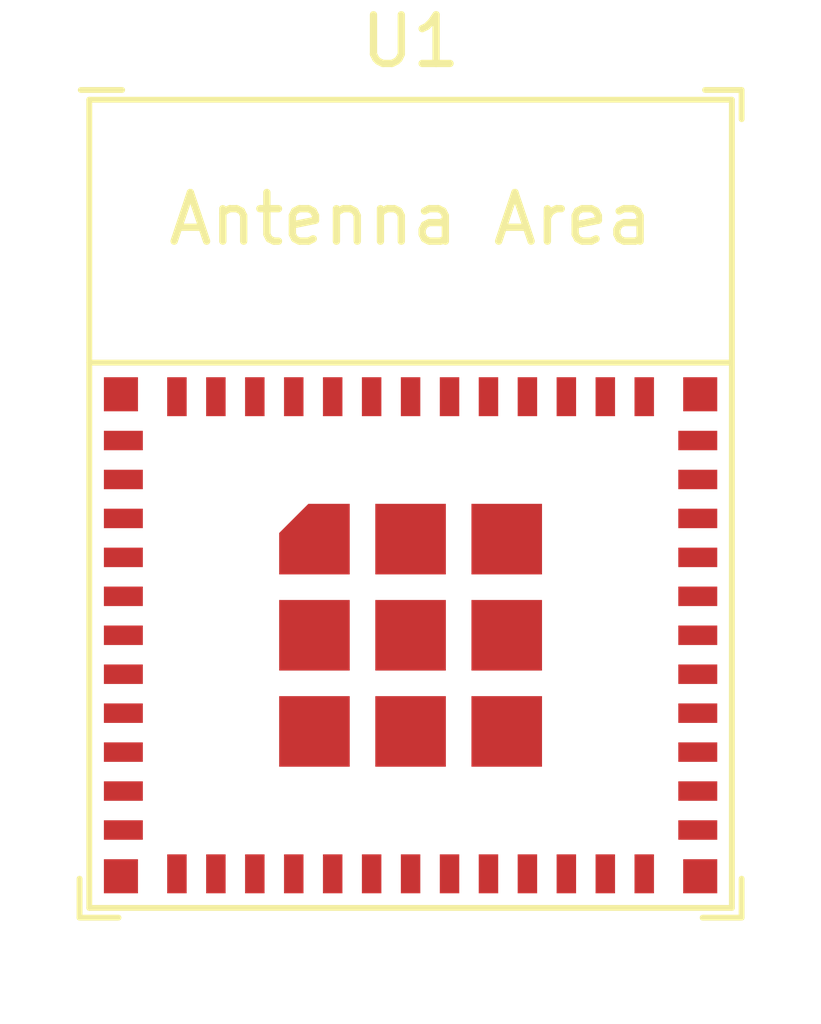
<source format=kicad_pcb>
(kicad_pcb (version 20241229) (generator "pcbnew") (generator_version "9.0")
  (layers (0 "F.Cu" signal) (2 "B.Cu" signal) (13 "F.Paste" user) (15 "B.Paste" user) (5 "F.SilkS" user "F.Silkscreen") (7 "B.SilkS" user "B.Silkscreen") (1 "F.Mask" user) (3 "B.Mask" user) (25 "Edge.Cuts" user))
  (net 0 "")
  (net 10 "Net-(U1-GND-Pad1)")
  (footprint "PCM_Espressif:ESP32-C6-MINI-1" (layer "F.Cu") (at 150.55 102.05)
    (property "Reference" "U1" (at 0 -9.5 0) (layer "F.SilkS"))
    (property "Value" "ESP32-C6-MINI-1/U")
    (fp_line (start -6.8 7.7) (end -6.8 8.5) (stroke (width 0.12)) (layer "F.SilkS"))
    (fp_line (start -6.8 8.5) (end -6 8.5) (stroke (width 0.12)) (layer "F.SilkS"))
    (fp_line (start -6.6 -8.3) (end 6.6 -8.3) (stroke (width 0.12)) (layer "F.SilkS"))
    (fp_line (start -6.6 -2.9) (end 6.6 -2.9) (stroke (width 0.12)) (layer "F.SilkS"))
    (fp_line (start -6.6 8.3) (end -6.6 -8.3) (stroke (width 0.12)) (layer "F.SilkS"))
    (fp_line (start -5.925 -8.5) (end -6.775 -8.5) (stroke (width 0.12)) (layer "F.SilkS"))
    (fp_line (start 6.05 -8.5) (end 6.8 -8.5) (stroke (width 0.12)) (layer "F.SilkS"))
    (fp_line (start 6.6 -8.3) (end 6.6 8.3) (stroke (width 0.12)) (layer "F.SilkS"))
    (fp_line (start 6.6 8.3) (end -6.6 8.3) (stroke (width 0.12)) (layer "F.SilkS"))
    (fp_line (start 6.8 -8.5) (end 6.8 -7.9) (stroke (width 0.12)) (layer "F.SilkS"))
    (fp_line (start 6.8 7.7) (end 6.8 8.5) (stroke (width 0.12)) (layer "F.SilkS"))
    (fp_line (start 6.8 8.5) (end 6 8.5) (stroke (width 0.12)) (layer "F.SilkS"))
    (fp_text user "Antenna Area" (at 0 -5.85 0) (layer "F.SilkS"))
    (pad "1" smd rect (at -5.9 -1.3 90) (size 0.4 0.8) (layers "F.Cu" "F.Mask" "F.Paste") (net 10 "Net-(U1-GND-Pad1)"))
    (pad "2" smd rect (at -5.9 -0.5 90) (size 0.4 0.8) (layers "F.Cu" "F.Mask" "F.Paste") (net 10 "Net-(U1-GND-Pad1)"))
    (pad "3" smd rect (at -5.9 0.3 90) (size 0.4 0.8) (layers "F.Cu" "F.Mask" "F.Paste"))
    (pad "4" smd rect (at -5.9 1.1 90) (size 0.4 0.8) (layers "F.Cu" "F.Mask" "F.Paste"))
    (pad "5" smd rect (at -5.9 1.9 90) (size 0.4 0.8) (layers "F.Cu" "F.Mask" "F.Paste"))
    (pad "6" smd rect (at -5.9 2.7 90) (size 0.4 0.8) (layers "F.Cu" "F.Mask" "F.Paste"))
    (pad "7" smd rect (at -5.9 3.5 90) (size 0.4 0.8) (layers "F.Cu" "F.Mask" "F.Paste"))
    (pad "8" smd rect (at -5.9 4.3 90) (size 0.4 0.8) (layers "F.Cu" "F.Mask" "F.Paste"))
    (pad "9" smd rect (at -5.9 5.1 90) (size 0.4 0.8) (layers "F.Cu" "F.Mask" "F.Paste"))
    (pad "10" smd rect (at -5.9 5.9 90) (size 0.4 0.8) (layers "F.Cu" "F.Mask" "F.Paste"))
    (pad "11" smd rect (at -5.9 6.7 90) (size 0.4 0.8) (layers "F.Cu" "F.Mask" "F.Paste") (net 10 "Net-(U1-GND-Pad1)"))
    (pad "12" smd rect (at -4.8 7.6) (size 0.4 0.8) (layers "F.Cu" "F.Mask" "F.Paste"))
    (pad "13" smd rect (at -4 7.6) (size 0.4 0.8) (layers "F.Cu" "F.Mask" "F.Paste"))
    (pad "14" smd rect (at -3.2 7.6) (size 0.4 0.8) (layers "F.Cu" "F.Mask" "F.Paste") (net 10 "Net-(U1-GND-Pad1)"))
    (pad "15" smd rect (at -2.4 7.6) (size 0.4 0.8) (layers "F.Cu" "F.Mask" "F.Paste"))
    (pad "16" smd rect (at -1.6 7.6) (size 0.4 0.8) (layers "F.Cu" "F.Mask" "F.Paste"))
    (pad "17" smd rect (at -0.8 7.6) (size 0.4 0.8) (layers "F.Cu" "F.Mask" "F.Paste"))
    (pad "18" smd rect (at 0 7.6) (size 0.4 0.8) (layers "F.Cu" "F.Mask" "F.Paste"))
    (pad "19" smd rect (at 0.8 7.6) (size 0.4 0.8) (layers "F.Cu" "F.Mask" "F.Paste"))
    (pad "20" smd rect (at 1.6 7.6) (size 0.4 0.8) (layers "F.Cu" "F.Mask" "F.Paste"))
    (pad "21" smd rect (at 2.4 7.6) (size 0.4 0.8) (layers "F.Cu" "F.Mask" "F.Paste"))
    (pad "22" smd rect (at 3.2 7.6) (size 0.4 0.8) (layers "F.Cu" "F.Mask" "F.Paste"))
    (pad "23" smd rect (at 4 7.6) (size 0.4 0.8) (layers "F.Cu" "F.Mask" "F.Paste"))
    (pad "24" smd rect (at 4.8 7.6) (size 0.4 0.8) (layers "F.Cu" "F.Mask" "F.Paste"))
    (pad "25" smd rect (at 5.9 6.7 90) (size 0.4 0.8) (layers "F.Cu" "F.Mask" "F.Paste"))
    (pad "26" smd rect (at 5.9 5.9 90) (size 0.4 0.8) (layers "F.Cu" "F.Mask" "F.Paste"))
    (pad "27" smd rect (at 5.9 5.1 90) (size 0.4 0.8) (layers "F.Cu" "F.Mask" "F.Paste"))
    (pad "28" smd rect (at 5.9 4.3 90) (size 0.4 0.8) (layers "F.Cu" "F.Mask" "F.Paste"))
    (pad "29" smd rect (at 5.9 3.5 90) (size 0.4 0.8) (layers "F.Cu" "F.Mask" "F.Paste"))
    (pad "30" smd rect (at 5.9 2.7 90) (size 0.4 0.8) (layers "F.Cu" "F.Mask" "F.Paste"))
    (pad "31" smd rect (at 5.9 1.9 90) (size 0.4 0.8) (layers "F.Cu" "F.Mask" "F.Paste"))
    (pad "32" smd rect (at 5.9 1.1 90) (size 0.4 0.8) (layers "F.Cu" "F.Mask" "F.Paste"))
    (pad "33" smd rect (at 5.9 0.3 90) (size 0.4 0.8) (layers "F.Cu" "F.Mask" "F.Paste"))
    (pad "34" smd rect (at 5.9 -0.5 90) (size 0.4 0.8) (layers "F.Cu" "F.Mask" "F.Paste"))
    (pad "35" smd rect (at 5.9 -1.3 90) (size 0.4 0.8) (layers "F.Cu" "F.Mask" "F.Paste"))
    (pad "36" smd rect (at 4.8 -2.2) (size 0.4 0.8) (layers "F.Cu" "F.Mask" "F.Paste") (net 10 "Net-(U1-GND-Pad1)"))
    (pad "37" smd rect (at 4 -2.2) (size 0.4 0.8) (layers "F.Cu" "F.Mask" "F.Paste") (net 10 "Net-(U1-GND-Pad1)"))
    (pad "38" smd rect (at 3.2 -2.2) (size 0.4 0.8) (layers "F.Cu" "F.Mask" "F.Paste") (net 10 "Net-(U1-GND-Pad1)"))
    (pad "39" smd rect (at 2.4 -2.2) (size 0.4 0.8) (layers "F.Cu" "F.Mask" "F.Paste") (net 10 "Net-(U1-GND-Pad1)"))
    (pad "40" smd rect (at 1.6 -2.2) (size 0.4 0.8) (layers "F.Cu" "F.Mask" "F.Paste") (net 10 "Net-(U1-GND-Pad1)"))
    (pad "41" smd rect (at 0.8 -2.2) (size 0.4 0.8) (layers "F.Cu" "F.Mask" "F.Paste") (net 10 "Net-(U1-GND-Pad1)"))
    (pad "42" smd rect (at 0 -2.2) (size 0.4 0.8) (layers "F.Cu" "F.Mask" "F.Paste") (net 10 "Net-(U1-GND-Pad1)"))
    (pad "43" smd rect (at -0.8 -2.2) (size 0.4 0.8) (layers "F.Cu" "F.Mask" "F.Paste") (net 10 "Net-(U1-GND-Pad1)"))
    (pad "44" smd rect (at -1.6 -2.2) (size 0.4 0.8) (layers "F.Cu" "F.Mask" "F.Paste") (net 10 "Net-(U1-GND-Pad1)"))
    (pad "45" smd rect (at -2.4 -2.2) (size 0.4 0.8) (layers "F.Cu" "F.Mask" "F.Paste") (net 10 "Net-(U1-GND-Pad1)"))
    (pad "46" smd rect (at -3.2 -2.2) (size 0.4 0.8) (layers "F.Cu" "F.Mask" "F.Paste") (net 10 "Net-(U1-GND-Pad1)"))
    (pad "47" smd rect (at -4 -2.2) (size 0.4 0.8) (layers "F.Cu" "F.Mask" "F.Paste") (net 10 "Net-(U1-GND-Pad1)"))
    (pad "48" smd rect (at -4.8 -2.2) (size 0.4 0.8) (layers "F.Cu" "F.Mask" "F.Paste") (net 10 "Net-(U1-GND-Pad1)"))
    (pad "49" smd custom (at -1.975 0.725) (size 0.8 0.8) (layers "F.Cu" "F.Mask" "F.Paste") (net 10 "Net-(U1-GND-Pad1)") (options (clearance outline) (anchor rect)) (primitives (gr_poly (pts (xy 0.725 0.725) (xy -0.725 0.725) (xy -0.725 -0.125) (xy -0.125 -0.725) (xy 0.725 -0.725)) (width 0) (fill yes))))
    (pad "49" smd rect (at -1.975 2.7 90) (size 1.45 1.45) (layers "F.Cu" "F.Mask" "F.Paste") (net 10 "Net-(U1-GND-Pad1)"))
    (pad "49" smd rect (at -1.975 4.675 90) (size 1.45 1.45) (layers "F.Cu" "F.Mask" "F.Paste") (net 10 "Net-(U1-GND-Pad1)"))
    (pad "49" smd rect (at 0 0.725 90) (size 1.45 1.45) (layers "F.Cu" "F.Mask" "F.Paste") (net 10 "Net-(U1-GND-Pad1)"))
    (pad "49" smd rect (at 0 2.7 90) (size 1.45 1.45) (layers "F.Cu" "F.Mask" "F.Paste") (net 10 "Net-(U1-GND-Pad1)"))
    (pad "49" smd rect (at 0 4.675 90) (size 1.45 1.45) (layers "F.Cu" "F.Mask" "F.Paste") (net 10 "Net-(U1-GND-Pad1)"))
    (pad "49" smd rect (at 1.975 0.725 90) (size 1.45 1.45) (layers "F.Cu" "F.Mask" "F.Paste") (net 10 "Net-(U1-GND-Pad1)"))
    (pad "49" smd rect (at 1.975 2.7 90) (size 1.45 1.45) (layers "F.Cu" "F.Mask" "F.Paste") (net 10 "Net-(U1-GND-Pad1)"))
    (pad "49" smd rect (at 1.975 4.675 90) (size 1.45 1.45) (layers "F.Cu" "F.Mask" "F.Paste") (net 10 "Net-(U1-GND-Pad1)"))
    (pad "50" smd rect (at 5.95 -2.25 90) (size 0.7 0.7) (layers "F.Cu" "F.Mask" "F.Paste") (net 10 "Net-(U1-GND-Pad1)"))
    (pad "51" smd rect (at 5.95 7.65 90) (size 0.7 0.7) (layers "F.Cu" "F.Mask" "F.Paste") (net 10 "Net-(U1-GND-Pad1)"))
    (pad "52" smd rect (at -5.95 7.65 90) (size 0.7 0.7) (layers "F.Cu" "F.Mask" "F.Paste") (net 10 "Net-(U1-GND-Pad1)"))
    (pad "53" smd rect (at -5.95 -2.25 90) (size 0.7 0.7) (layers "F.Cu" "F.Mask" "F.Paste") (net 10 "Net-(U1-GND-Pad1)"))
  )
)
</source>
